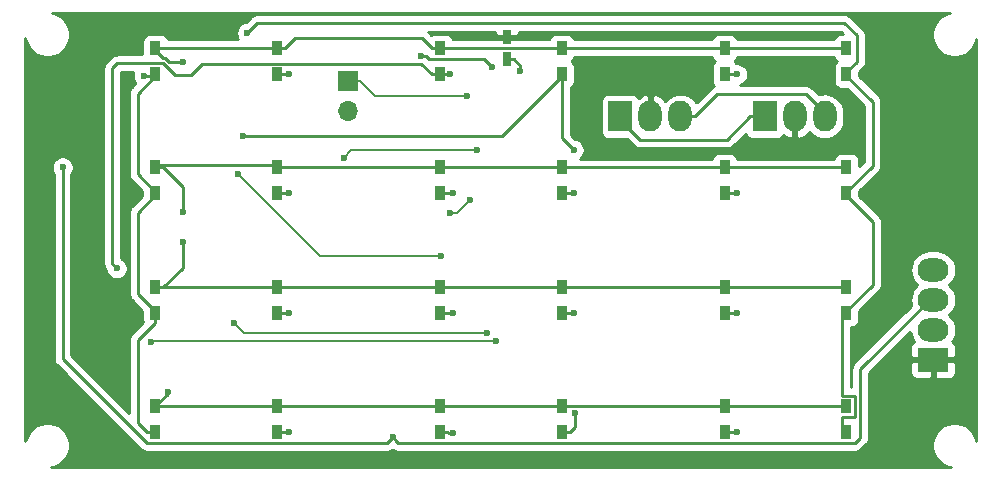
<source format=gbr>
G04 #@! TF.GenerationSoftware,KiCad,Pcbnew,(5.1.4-0-10_14)*
G04 #@! TF.CreationDate,2019-11-08T07:47:01+01:00*
G04 #@! TF.ProjectId,Caution Light Panel,43617574-696f-46e2-904c-696768742050,rev?*
G04 #@! TF.SameCoordinates,Original*
G04 #@! TF.FileFunction,Copper,L1,Top*
G04 #@! TF.FilePolarity,Positive*
%FSLAX46Y46*%
G04 Gerber Fmt 4.6, Leading zero omitted, Abs format (unit mm)*
G04 Created by KiCad (PCBNEW (5.1.4-0-10_14)) date 2019-11-08 07:47:01*
%MOMM*%
%LPD*%
G04 APERTURE LIST*
%ADD10R,0.750000X1.200000*%
%ADD11R,0.900000X1.200000*%
%ADD12R,2.600000X2.000000*%
%ADD13O,2.600000X2.000000*%
%ADD14R,2.000000X2.600000*%
%ADD15O,2.000000X2.600000*%
%ADD16R,1.700000X1.700000*%
%ADD17O,1.700000X1.700000*%
%ADD18C,0.600000*%
%ADD19C,0.228600*%
%ADD20C,0.152400*%
%ADD21C,0.762000*%
%ADD22C,0.254000*%
G04 APERTURE END LIST*
D10*
X148080000Y-74690000D03*
X148080000Y-72790000D03*
D11*
X118334600Y-73730400D03*
X118334600Y-75930400D03*
X118334600Y-83830400D03*
X118334600Y-86030400D03*
X118334600Y-93940400D03*
X118334600Y-96140400D03*
X118334600Y-104050400D03*
X118334600Y-106250400D03*
X128644600Y-73730400D03*
X128644600Y-75930400D03*
X128644600Y-83830400D03*
X128644600Y-86030400D03*
X128644600Y-93940400D03*
X128644600Y-96140400D03*
X128644600Y-104050400D03*
X128644600Y-106250400D03*
X142444600Y-73730400D03*
X142444600Y-75930400D03*
X142444600Y-83830400D03*
X142444600Y-86030400D03*
X142444600Y-93940400D03*
X142444600Y-96140400D03*
X142444600Y-104050400D03*
X142444600Y-106250400D03*
X152754600Y-73730400D03*
X152754600Y-75930400D03*
X152754600Y-83830400D03*
X152754600Y-86030400D03*
X152754600Y-93940400D03*
X152754600Y-96140400D03*
X152754600Y-104050400D03*
X152754600Y-106250400D03*
X166544600Y-73730400D03*
X166544600Y-75930400D03*
X166544600Y-83830400D03*
X166544600Y-86030400D03*
X166544600Y-93940400D03*
X166544600Y-96140400D03*
X166544600Y-104050400D03*
X166544600Y-106250400D03*
X176854600Y-73730400D03*
X176854600Y-75930400D03*
X176854600Y-83830400D03*
X176854600Y-86030400D03*
X176854600Y-93940400D03*
X176854600Y-96140400D03*
X176854600Y-104050400D03*
X176854600Y-106250400D03*
D12*
X184188100Y-100114100D03*
D13*
X184188100Y-97574100D03*
X184188100Y-95034100D03*
X184188100Y-92494100D03*
D14*
X157708600Y-79514700D03*
D15*
X160248600Y-79514700D03*
X162788600Y-79514700D03*
D14*
X169926000Y-79509620D03*
D15*
X172466000Y-79509620D03*
X175006000Y-79509620D03*
D16*
X134645400Y-76471780D03*
D17*
X134645400Y-79011780D03*
D18*
X149240000Y-75650000D03*
X138430000Y-106680000D03*
X140815181Y-74420789D03*
X146870000Y-75360000D03*
X110490000Y-83820000D03*
X149210000Y-72790000D03*
X120650000Y-74930000D03*
X117348000Y-76073000D03*
X120650000Y-87630000D03*
X120650000Y-90170000D03*
X119380000Y-102870000D03*
X129641600Y-106248200D03*
X129641600Y-96139000D03*
X129641600Y-86029800D03*
X129651400Y-75930400D03*
X115060000Y-92380000D03*
X143305990Y-75930400D03*
X143510000Y-106273600D03*
X143510000Y-96139000D03*
X143509400Y-86030400D03*
X153911300Y-104645460D03*
X125790960Y-81135220D03*
X153744421Y-82346614D03*
X153760040Y-96140400D03*
X153753820Y-86029800D03*
X167604440Y-75953620D03*
X167619680Y-86006940D03*
X167622220Y-96133920D03*
X167622220Y-106243120D03*
X126111000Y-72450960D03*
X125350000Y-84410000D03*
X142560000Y-91340000D03*
X125040000Y-97000000D03*
X146460000Y-97830000D03*
X117950000Y-98610000D03*
X147190000Y-98550000D03*
X144749549Y-77754887D03*
X134270000Y-83050000D03*
X145550000Y-82380000D03*
X143280000Y-87670000D03*
X144970000Y-86570000D03*
D19*
X149240000Y-75246400D02*
X149240000Y-75650000D01*
X148080000Y-74690000D02*
X148683600Y-74690000D01*
X148683600Y-74690000D02*
X149240000Y-75246400D01*
X110490000Y-100027302D02*
X117630599Y-107167901D01*
X110490000Y-83820000D02*
X110490000Y-100027302D01*
X117630599Y-107167901D02*
X137942099Y-107167901D01*
X138729999Y-106979999D02*
X138430000Y-106680000D01*
X137942099Y-107167901D02*
X138430000Y-106680000D01*
X138917901Y-107167901D02*
X138729999Y-106979999D01*
X177558601Y-107167901D02*
X138917901Y-107167901D01*
X178028511Y-106697991D02*
X177558601Y-107167901D01*
X178028511Y-100893689D02*
X178028511Y-106697991D01*
X183888100Y-95034100D02*
X178028511Y-100893689D01*
X184188100Y-95034100D02*
X183888100Y-95034100D01*
X141239445Y-74420789D02*
X140815181Y-74420789D01*
X141471146Y-74652490D02*
X141239445Y-74420789D01*
X146870000Y-75360000D02*
X146162490Y-74652490D01*
X146162490Y-74652490D02*
X141471146Y-74652490D01*
X149210000Y-72790000D02*
X148080000Y-72790000D01*
X118334600Y-73880400D02*
X118334600Y-73730400D01*
X119013200Y-74559000D02*
X118334600Y-73880400D01*
X119163200Y-74559000D02*
X119013200Y-74559000D01*
X119534200Y-74930000D02*
X119163200Y-74559000D01*
X120650000Y-74930000D02*
X119534200Y-74930000D01*
X140937400Y-72901800D02*
X141766000Y-73730400D01*
X130151800Y-72901800D02*
X140937400Y-72901800D01*
X141766000Y-73730400D02*
X142444600Y-73730400D01*
X129323200Y-73730400D02*
X130151800Y-72901800D01*
X128644600Y-73730400D02*
X129323200Y-73730400D01*
X166544600Y-73730400D02*
X176854600Y-73730400D01*
X152754600Y-73730400D02*
X166544600Y-73730400D01*
X142444600Y-73730400D02*
X152754600Y-73730400D01*
X118334600Y-73730400D02*
X128644600Y-73730400D01*
X117348000Y-76073000D02*
X118192000Y-76073000D01*
X118192000Y-76073000D02*
X118334600Y-75930400D01*
X118334600Y-75930400D02*
X118334600Y-76080400D01*
X118334600Y-76080400D02*
X116843234Y-77571766D01*
X116843234Y-77571766D02*
X116843234Y-84389034D01*
X116843234Y-84389034D02*
X118334600Y-85880400D01*
X118334600Y-85880400D02*
X118334600Y-86030400D01*
X118334600Y-86030400D02*
X118334600Y-86180400D01*
X116852671Y-94508471D02*
X118334600Y-95990400D01*
X118334600Y-86180400D02*
X116852671Y-87662329D01*
X116852671Y-87662329D02*
X116852671Y-94508471D01*
X118334600Y-95990400D02*
X118334600Y-96140400D01*
X118334600Y-96140400D02*
X118334600Y-96969000D01*
X118334600Y-96969000D02*
X116859021Y-98444579D01*
X116859021Y-98444579D02*
X116859021Y-105453421D01*
X116859021Y-105453421D02*
X117656000Y-106250400D01*
X117656000Y-106250400D02*
X118334600Y-106250400D01*
X120650000Y-87630000D02*
X120650000Y-85467200D01*
X120650000Y-85467200D02*
X119013200Y-83830400D01*
X119013200Y-83830400D02*
X118334600Y-83830400D01*
X118334600Y-83830400D02*
X118501106Y-83663894D01*
X118501106Y-83663894D02*
X128478094Y-83663894D01*
X128478094Y-83663894D02*
X128644600Y-83830400D01*
X166544600Y-83830400D02*
X176854600Y-83830400D01*
X152754600Y-83830400D02*
X166544600Y-83830400D01*
X142444600Y-83830400D02*
X152754600Y-83830400D01*
X142229600Y-83830400D02*
X142444600Y-83830400D01*
X128644600Y-83830400D02*
X142229600Y-83830400D01*
X120650000Y-90170000D02*
X120650000Y-92303600D01*
X120650000Y-92303600D02*
X119013200Y-93940400D01*
X119013200Y-93940400D02*
X118334600Y-93940400D01*
X128644600Y-93940400D02*
X118334600Y-93940400D01*
X142444600Y-93940400D02*
X128644600Y-93940400D01*
X152754600Y-93940400D02*
X142444600Y-93940400D01*
X166544600Y-93940400D02*
X152754600Y-93940400D01*
X176854600Y-93940400D02*
X166544600Y-93940400D01*
X128644600Y-104050400D02*
X141766000Y-104050400D01*
X141766000Y-104050400D02*
X142444600Y-104050400D01*
X119380000Y-102870000D02*
X119380000Y-103005000D01*
X119380000Y-103005000D02*
X118334600Y-104050400D01*
X166544600Y-104050400D02*
X176854600Y-104050400D01*
X152754600Y-104050400D02*
X166544600Y-104050400D01*
X142444600Y-104050400D02*
X152754600Y-104050400D01*
X118334600Y-104050400D02*
X128644600Y-104050400D01*
X128644600Y-106250400D02*
X129639400Y-106250400D01*
X129639400Y-106250400D02*
X129641600Y-106248200D01*
X128644600Y-96140400D02*
X129640200Y-96140400D01*
X129640200Y-96140400D02*
X129641600Y-96139000D01*
X129323200Y-86030400D02*
X129641000Y-86030400D01*
X129641000Y-86030400D02*
X129641600Y-86029800D01*
X128644600Y-86030400D02*
X129323200Y-86030400D01*
X129323200Y-86030400D02*
X129323800Y-86029800D01*
X128644600Y-75930400D02*
X129651400Y-75930400D01*
X115060000Y-92380000D02*
X114688671Y-92008671D01*
X114688671Y-92008671D02*
X114688671Y-75447927D01*
X122311701Y-75038299D02*
X140873899Y-75038299D01*
X114688671Y-75447927D02*
X115119910Y-75016688D01*
X115119910Y-75016688D02*
X118996670Y-75016688D01*
X121330000Y-76020000D02*
X122311701Y-75038299D01*
X118996670Y-75016688D02*
X119999982Y-76020000D01*
X141766000Y-75930400D02*
X142444600Y-75930400D01*
X119999982Y-76020000D02*
X121330000Y-76020000D01*
X140873899Y-75038299D02*
X141766000Y-75930400D01*
X142444600Y-75930400D02*
X143305990Y-75930400D01*
X143146400Y-106273600D02*
X143510000Y-106273600D01*
X142444600Y-106250400D02*
X143123200Y-106250400D01*
X143123200Y-106250400D02*
X143146400Y-106273600D01*
X143123200Y-96140400D02*
X143508600Y-96140400D01*
X143508600Y-96140400D02*
X143510000Y-96139000D01*
X142444600Y-96140400D02*
X143123200Y-96140400D01*
X142444600Y-86030400D02*
X143509400Y-86030400D01*
X153911300Y-105772300D02*
X153911300Y-104645460D01*
X152754600Y-106250400D02*
X153433200Y-106250400D01*
X153433200Y-106250400D02*
X153911300Y-105772300D01*
X125790960Y-81135220D02*
X147699780Y-81135220D01*
X147699780Y-81135220D02*
X152754600Y-76080400D01*
X152754600Y-76080400D02*
X152754600Y-75930400D01*
X152754600Y-81356793D02*
X153444422Y-82046615D01*
X153444422Y-82046615D02*
X153744421Y-82346614D01*
X152754600Y-75930400D02*
X152754600Y-81356793D01*
X152754600Y-96140400D02*
X153760040Y-96140400D01*
X152754600Y-86030400D02*
X153753220Y-86030400D01*
X153753220Y-86030400D02*
X153753820Y-86029800D01*
X166544600Y-75930400D02*
X167581220Y-75930400D01*
X167581220Y-75930400D02*
X167604440Y-75953620D01*
X166544600Y-86030400D02*
X167596220Y-86030400D01*
X167596220Y-86030400D02*
X167619680Y-86006940D01*
X166544600Y-96140400D02*
X167615740Y-96140400D01*
X167615740Y-96140400D02*
X167622220Y-96133920D01*
X166544600Y-106250400D02*
X167614940Y-106250400D01*
X167614940Y-106250400D02*
X167622220Y-106243120D01*
X177596701Y-103216719D02*
X177538281Y-103158299D01*
X177538281Y-103158299D02*
X176488189Y-103158299D01*
X177596701Y-104884081D02*
X177596701Y-103216719D01*
X176488189Y-104942501D02*
X177538281Y-104942501D01*
X176488189Y-96506811D02*
X176854600Y-96140400D01*
X177538281Y-104942501D02*
X177596701Y-104884081D01*
X176488189Y-105883989D02*
X176488189Y-104942501D01*
X176488189Y-103158299D02*
X176488189Y-96506811D01*
X176854600Y-106250400D02*
X176488189Y-105883989D01*
X126111000Y-72450960D02*
X126964291Y-71597669D01*
X126964291Y-71597669D02*
X176687184Y-71597669D01*
X176687184Y-71597669D02*
X177737947Y-72648432D01*
X177737947Y-72648432D02*
X177737947Y-74897053D01*
X177737947Y-74897053D02*
X176854600Y-75780400D01*
X176854600Y-75780400D02*
X176854600Y-75930400D01*
X176854600Y-86030400D02*
X176854600Y-85880400D01*
X176854600Y-85880400D02*
X179065594Y-83669406D01*
X179065594Y-83669406D02*
X179065594Y-78291394D01*
X179065594Y-78291394D02*
X176854600Y-76080400D01*
X176854600Y-76080400D02*
X176854600Y-75930400D01*
X176854600Y-96140400D02*
X176854600Y-95990400D01*
X176854600Y-95990400D02*
X179091948Y-93753052D01*
X179091948Y-93753052D02*
X179091948Y-88417748D01*
X179091948Y-88417748D02*
X176854600Y-86180400D01*
X176854600Y-86180400D02*
X176854600Y-86030400D01*
D20*
X125350000Y-84410000D02*
X132280000Y-91340000D01*
X132280000Y-91340000D02*
X142560000Y-91340000D01*
X125870000Y-97830000D02*
X125040000Y-97000000D01*
X146460000Y-97830000D02*
X125870000Y-97830000D01*
X118010000Y-98550000D02*
X117950000Y-98610000D01*
X147190000Y-98550000D02*
X118010000Y-98550000D01*
D21*
X184188100Y-92494100D02*
X183888100Y-92494100D01*
D19*
X157708600Y-79514700D02*
X157708600Y-79814700D01*
X157708600Y-79814700D02*
X159362873Y-81468973D01*
X166738047Y-81468973D02*
X168697400Y-79509620D01*
X159362873Y-81468973D02*
X166738047Y-81468973D01*
X168697400Y-79509620D02*
X169926000Y-79509620D01*
X162788600Y-79514700D02*
X164017200Y-79514700D01*
X164017200Y-79514700D02*
X165924833Y-77607067D01*
X165924833Y-77607067D02*
X173403447Y-77607067D01*
X173403447Y-77607067D02*
X175006000Y-79209620D01*
X175006000Y-79209620D02*
X175006000Y-79509620D01*
D20*
X144325285Y-77754887D02*
X144749549Y-77754887D01*
X136930907Y-77754887D02*
X144325285Y-77754887D01*
X135647800Y-76471780D02*
X136930907Y-77754887D01*
X134645400Y-76471780D02*
X135647800Y-76471780D01*
X134940000Y-82380000D02*
X134270000Y-83050000D01*
X145550000Y-82380000D02*
X134940000Y-82380000D01*
X144970000Y-86570000D02*
X143870000Y-87670000D01*
X143870000Y-87670000D02*
X143280000Y-87670000D01*
D22*
G36*
X185444766Y-70787839D02*
G01*
X185101718Y-70929934D01*
X184792982Y-71136225D01*
X184530425Y-71398782D01*
X184324134Y-71707518D01*
X184182039Y-72050566D01*
X184109600Y-72414744D01*
X184109600Y-72786056D01*
X184182039Y-73150234D01*
X184324134Y-73493282D01*
X184530425Y-73802018D01*
X184792982Y-74064575D01*
X185101718Y-74270866D01*
X185444766Y-74412961D01*
X185808944Y-74485400D01*
X186180256Y-74485400D01*
X186544434Y-74412961D01*
X186887482Y-74270866D01*
X187196218Y-74064575D01*
X187458775Y-73802018D01*
X187665066Y-73493282D01*
X187807161Y-73150234D01*
X187839601Y-72987146D01*
X187839600Y-106953649D01*
X187807161Y-106790566D01*
X187665066Y-106447518D01*
X187458775Y-106138782D01*
X187196218Y-105876225D01*
X186887482Y-105669934D01*
X186544434Y-105527839D01*
X186180256Y-105455400D01*
X185808944Y-105455400D01*
X185444766Y-105527839D01*
X185101718Y-105669934D01*
X184792982Y-105876225D01*
X184530425Y-106138782D01*
X184324134Y-106447518D01*
X184182039Y-106790566D01*
X184109600Y-107154744D01*
X184109600Y-107526056D01*
X184182039Y-107890234D01*
X184324134Y-108233282D01*
X184530425Y-108542018D01*
X184792982Y-108804575D01*
X185101718Y-109010866D01*
X185444766Y-109152961D01*
X185679238Y-109199600D01*
X109509962Y-109199600D01*
X109744434Y-109152961D01*
X110087482Y-109010866D01*
X110396218Y-108804575D01*
X110658775Y-108542018D01*
X110865066Y-108233282D01*
X111007161Y-107890234D01*
X111079600Y-107526056D01*
X111079600Y-107154744D01*
X111007161Y-106790566D01*
X110865066Y-106447518D01*
X110658775Y-106138782D01*
X110396218Y-105876225D01*
X110087482Y-105669934D01*
X109744434Y-105527839D01*
X109380256Y-105455400D01*
X109008944Y-105455400D01*
X108644766Y-105527839D01*
X108301718Y-105669934D01*
X107992982Y-105876225D01*
X107730425Y-106138782D01*
X107524134Y-106447518D01*
X107382039Y-106790566D01*
X107333600Y-107034087D01*
X107333600Y-83727911D01*
X109555000Y-83727911D01*
X109555000Y-83912089D01*
X109590932Y-84092729D01*
X109661414Y-84262889D01*
X109740700Y-84381549D01*
X109740701Y-99990497D01*
X109737076Y-100027302D01*
X109751543Y-100174189D01*
X109794388Y-100315433D01*
X109863966Y-100445605D01*
X109934140Y-100531111D01*
X109957603Y-100559700D01*
X109986189Y-100583160D01*
X117074740Y-107671712D01*
X117098201Y-107700299D01*
X117126787Y-107723759D01*
X117126789Y-107723761D01*
X117212295Y-107793935D01*
X117342467Y-107863513D01*
X117483711Y-107906359D01*
X117593793Y-107917201D01*
X117593803Y-107917201D01*
X117630599Y-107920825D01*
X117667395Y-107917201D01*
X137905304Y-107917201D01*
X137942099Y-107920825D01*
X137978894Y-107917201D01*
X137978905Y-107917201D01*
X138088987Y-107906359D01*
X138230231Y-107863513D01*
X138360402Y-107793935D01*
X138430000Y-107736817D01*
X138499598Y-107793935D01*
X138629769Y-107863513D01*
X138771013Y-107906359D01*
X138881095Y-107917201D01*
X138881103Y-107917201D01*
X138917901Y-107920825D01*
X138954699Y-107917201D01*
X177521806Y-107917201D01*
X177558601Y-107920825D01*
X177595396Y-107917201D01*
X177595407Y-107917201D01*
X177705489Y-107906359D01*
X177846733Y-107863513D01*
X177976904Y-107793935D01*
X178090999Y-107700299D01*
X178114464Y-107671707D01*
X178532317Y-107253854D01*
X178560909Y-107230389D01*
X178629125Y-107147268D01*
X178654545Y-107116295D01*
X178705473Y-107021014D01*
X178724123Y-106986123D01*
X178766969Y-106844879D01*
X178777811Y-106734797D01*
X178777811Y-106734788D01*
X178781435Y-106697992D01*
X178777811Y-106661196D01*
X178777811Y-101204058D01*
X178867769Y-101114100D01*
X182250028Y-101114100D01*
X182262288Y-101238582D01*
X182298598Y-101358280D01*
X182357563Y-101468594D01*
X182436915Y-101565285D01*
X182533606Y-101644637D01*
X182643920Y-101703602D01*
X182763618Y-101739912D01*
X182888100Y-101752172D01*
X183902350Y-101749100D01*
X184061100Y-101590350D01*
X184061100Y-100241100D01*
X184315100Y-100241100D01*
X184315100Y-101590350D01*
X184473850Y-101749100D01*
X185488100Y-101752172D01*
X185612582Y-101739912D01*
X185732280Y-101703602D01*
X185842594Y-101644637D01*
X185939285Y-101565285D01*
X186018637Y-101468594D01*
X186077602Y-101358280D01*
X186113912Y-101238582D01*
X186126172Y-101114100D01*
X186123100Y-100399850D01*
X185964350Y-100241100D01*
X184315100Y-100241100D01*
X184061100Y-100241100D01*
X182411850Y-100241100D01*
X182253100Y-100399850D01*
X182250028Y-101114100D01*
X178867769Y-101114100D01*
X182259766Y-97722104D01*
X182276757Y-97894616D01*
X182370248Y-98202815D01*
X182522069Y-98486852D01*
X182580755Y-98558361D01*
X182533606Y-98583563D01*
X182436915Y-98662915D01*
X182357563Y-98759606D01*
X182298598Y-98869920D01*
X182262288Y-98989618D01*
X182250028Y-99114100D01*
X182253100Y-99828350D01*
X182411850Y-99987100D01*
X184061100Y-99987100D01*
X184061100Y-99967100D01*
X184315100Y-99967100D01*
X184315100Y-99987100D01*
X185964350Y-99987100D01*
X186123100Y-99828350D01*
X186126172Y-99114100D01*
X186113912Y-98989618D01*
X186077602Y-98869920D01*
X186018637Y-98759606D01*
X185939285Y-98662915D01*
X185842594Y-98583563D01*
X185795445Y-98558361D01*
X185854131Y-98486852D01*
X186005952Y-98202815D01*
X186099443Y-97894616D01*
X186131011Y-97574100D01*
X186099443Y-97253584D01*
X186005952Y-96945385D01*
X185854131Y-96661348D01*
X185649814Y-96412386D01*
X185517867Y-96304100D01*
X185649814Y-96195814D01*
X185854131Y-95946852D01*
X186005952Y-95662815D01*
X186099443Y-95354616D01*
X186131011Y-95034100D01*
X186099443Y-94713584D01*
X186005952Y-94405385D01*
X185854131Y-94121348D01*
X185649814Y-93872386D01*
X185517867Y-93764100D01*
X185649814Y-93655814D01*
X185854131Y-93406852D01*
X186005952Y-93122815D01*
X186099443Y-92814616D01*
X186131011Y-92494100D01*
X186099443Y-92173584D01*
X186005952Y-91865385D01*
X185854131Y-91581348D01*
X185649814Y-91332386D01*
X185400852Y-91128069D01*
X185116815Y-90976248D01*
X184808616Y-90882757D01*
X184568422Y-90859100D01*
X183807778Y-90859100D01*
X183567584Y-90882757D01*
X183259385Y-90976248D01*
X182975348Y-91128069D01*
X182726386Y-91332386D01*
X182522069Y-91581348D01*
X182370248Y-91865385D01*
X182276757Y-92173584D01*
X182245189Y-92494100D01*
X182276757Y-92814616D01*
X182370248Y-93122815D01*
X182522069Y-93406852D01*
X182726386Y-93655814D01*
X182858333Y-93764100D01*
X182726386Y-93872386D01*
X182522069Y-94121348D01*
X182370248Y-94405385D01*
X182276757Y-94713584D01*
X182245189Y-95034100D01*
X182276757Y-95354616D01*
X182330557Y-95531973D01*
X177524705Y-100337826D01*
X177496113Y-100361291D01*
X177472651Y-100389880D01*
X177402477Y-100475386D01*
X177332900Y-100605557D01*
X177332899Y-100605558D01*
X177290053Y-100746802D01*
X177279211Y-100856884D01*
X177279211Y-100856894D01*
X177275587Y-100893689D01*
X177279211Y-100930484D01*
X177279211Y-102408999D01*
X177237489Y-102408999D01*
X177237489Y-97378472D01*
X177304600Y-97378472D01*
X177429082Y-97366212D01*
X177548780Y-97329902D01*
X177659094Y-97270937D01*
X177755785Y-97191585D01*
X177835137Y-97094894D01*
X177894102Y-96984580D01*
X177930412Y-96864882D01*
X177942672Y-96740400D01*
X177942672Y-95961997D01*
X179595761Y-94308909D01*
X179624346Y-94285450D01*
X179677781Y-94220340D01*
X179717982Y-94171356D01*
X179787560Y-94041184D01*
X179814428Y-93952611D01*
X179830406Y-93899940D01*
X179841248Y-93789858D01*
X179841248Y-93789848D01*
X179844872Y-93753052D01*
X179841248Y-93716256D01*
X179841248Y-88454544D01*
X179844872Y-88417748D01*
X179841248Y-88380952D01*
X179841248Y-88380942D01*
X179830406Y-88270860D01*
X179787560Y-88129616D01*
X179778619Y-88112889D01*
X179717982Y-87999444D01*
X179647808Y-87913938D01*
X179647806Y-87913936D01*
X179624346Y-87885350D01*
X179595759Y-87861889D01*
X177942672Y-86208803D01*
X177942672Y-85851998D01*
X179569412Y-84225259D01*
X179597992Y-84201804D01*
X179621448Y-84173223D01*
X179621455Y-84173216D01*
X179691628Y-84087709D01*
X179761206Y-83957538D01*
X179777242Y-83904673D01*
X179804052Y-83816294D01*
X179814894Y-83706212D01*
X179814894Y-83706202D01*
X179818518Y-83669406D01*
X179814894Y-83632610D01*
X179814894Y-78328190D01*
X179818518Y-78291394D01*
X179814894Y-78254598D01*
X179814894Y-78254588D01*
X179804052Y-78144506D01*
X179761206Y-78003262D01*
X179691628Y-77873091D01*
X179621455Y-77787584D01*
X179621448Y-77787577D01*
X179597992Y-77758996D01*
X179569411Y-77735540D01*
X177942672Y-76108802D01*
X177942672Y-75751998D01*
X178241758Y-75452912D01*
X178270345Y-75429451D01*
X178363981Y-75315356D01*
X178433559Y-75185185D01*
X178476405Y-75043941D01*
X178487247Y-74933859D01*
X178487247Y-74933850D01*
X178490871Y-74897054D01*
X178487247Y-74860258D01*
X178487247Y-72685227D01*
X178490871Y-72648431D01*
X178487247Y-72611635D01*
X178487247Y-72611626D01*
X178476405Y-72501544D01*
X178433559Y-72360300D01*
X178363981Y-72230129D01*
X178270345Y-72116034D01*
X178241759Y-72092574D01*
X177243047Y-71093863D01*
X177219582Y-71065271D01*
X177105487Y-70971635D01*
X176975316Y-70902057D01*
X176834072Y-70859211D01*
X176723990Y-70848369D01*
X176723979Y-70848369D01*
X176687184Y-70844745D01*
X176650389Y-70848369D01*
X127001087Y-70848369D01*
X126964291Y-70844745D01*
X126927495Y-70848369D01*
X126927485Y-70848369D01*
X126817403Y-70859211D01*
X126676159Y-70902057D01*
X126545988Y-70971635D01*
X126460481Y-71041808D01*
X126460474Y-71041815D01*
X126431893Y-71065271D01*
X126408437Y-71093853D01*
X125978240Y-71524050D01*
X125838271Y-71551892D01*
X125668111Y-71622374D01*
X125514972Y-71724698D01*
X125384738Y-71854932D01*
X125282414Y-72008071D01*
X125211932Y-72178231D01*
X125176000Y-72358871D01*
X125176000Y-72543049D01*
X125211932Y-72723689D01*
X125282414Y-72893849D01*
X125340713Y-72981100D01*
X119402884Y-72981100D01*
X119374102Y-72886220D01*
X119315137Y-72775906D01*
X119235785Y-72679215D01*
X119139094Y-72599863D01*
X119028780Y-72540898D01*
X118909082Y-72504588D01*
X118784600Y-72492328D01*
X117884600Y-72492328D01*
X117760118Y-72504588D01*
X117640420Y-72540898D01*
X117530106Y-72599863D01*
X117433415Y-72679215D01*
X117354063Y-72775906D01*
X117295098Y-72886220D01*
X117258788Y-73005918D01*
X117246528Y-73130400D01*
X117246528Y-74267388D01*
X115156705Y-74267388D01*
X115119909Y-74263764D01*
X115083113Y-74267388D01*
X115083104Y-74267388D01*
X114973022Y-74278230D01*
X114831778Y-74321076D01*
X114701606Y-74390654D01*
X114658525Y-74426011D01*
X114587512Y-74484290D01*
X114564047Y-74512882D01*
X114184860Y-74892069D01*
X114156274Y-74915529D01*
X114132814Y-74944115D01*
X114132811Y-74944118D01*
X114062637Y-75029624D01*
X113993059Y-75159796D01*
X113963211Y-75258194D01*
X113950214Y-75301039D01*
X113941062Y-75393966D01*
X113935747Y-75447927D01*
X113939372Y-75484732D01*
X113939371Y-91971876D01*
X113935747Y-92008671D01*
X113939371Y-92045466D01*
X113939371Y-92045476D01*
X113950213Y-92155558D01*
X113990362Y-92287911D01*
X113993059Y-92296802D01*
X114062637Y-92426974D01*
X114112083Y-92487224D01*
X114133106Y-92512840D01*
X114160932Y-92652729D01*
X114231414Y-92822889D01*
X114333738Y-92976028D01*
X114463972Y-93106262D01*
X114617111Y-93208586D01*
X114787271Y-93279068D01*
X114967911Y-93315000D01*
X115152089Y-93315000D01*
X115332729Y-93279068D01*
X115502889Y-93208586D01*
X115656028Y-93106262D01*
X115786262Y-92976028D01*
X115888586Y-92822889D01*
X115959068Y-92652729D01*
X115995000Y-92472089D01*
X115995000Y-92287911D01*
X115959068Y-92107271D01*
X115888586Y-91937111D01*
X115786262Y-91783972D01*
X115656028Y-91653738D01*
X115502889Y-91551414D01*
X115437971Y-91524524D01*
X115437971Y-75765988D01*
X116463132Y-75765988D01*
X116448932Y-75800271D01*
X116413000Y-75980911D01*
X116413000Y-76165089D01*
X116448932Y-76345729D01*
X116519414Y-76515889D01*
X116621738Y-76669028D01*
X116654020Y-76701310D01*
X116339428Y-77015903D01*
X116310836Y-77039368D01*
X116266646Y-77093213D01*
X116217200Y-77153463D01*
X116147623Y-77283634D01*
X116147622Y-77283635D01*
X116104776Y-77424879D01*
X116093934Y-77534961D01*
X116093934Y-77534971D01*
X116090310Y-77571766D01*
X116093934Y-77608561D01*
X116093935Y-84352229D01*
X116090310Y-84389034D01*
X116093935Y-84425840D01*
X116104777Y-84535922D01*
X116114768Y-84568857D01*
X116147622Y-84677165D01*
X116217200Y-84807337D01*
X116287374Y-84892843D01*
X116310837Y-84921432D01*
X116339423Y-84944892D01*
X117246528Y-85851998D01*
X117246528Y-86208802D01*
X116348865Y-87106466D01*
X116320273Y-87129931D01*
X116296811Y-87158520D01*
X116226637Y-87244026D01*
X116166107Y-87357271D01*
X116157059Y-87374198D01*
X116114213Y-87515442D01*
X116103371Y-87625524D01*
X116103371Y-87625534D01*
X116099747Y-87662329D01*
X116103371Y-87699124D01*
X116103372Y-94471666D01*
X116099747Y-94508471D01*
X116114214Y-94655358D01*
X116157059Y-94796602D01*
X116226637Y-94926774D01*
X116296811Y-95012280D01*
X116320274Y-95040869D01*
X116348860Y-95064329D01*
X117246528Y-95961998D01*
X117246528Y-96740400D01*
X117258788Y-96864882D01*
X117286778Y-96957152D01*
X116355215Y-97888716D01*
X116326623Y-97912181D01*
X116303161Y-97940770D01*
X116232987Y-98026276D01*
X116189780Y-98107111D01*
X116163409Y-98156448D01*
X116120563Y-98297692D01*
X116109721Y-98407774D01*
X116109721Y-98407784D01*
X116106097Y-98444579D01*
X116109721Y-98481374D01*
X116109722Y-104587354D01*
X111239300Y-99716933D01*
X111239300Y-84381549D01*
X111318586Y-84262889D01*
X111389068Y-84092729D01*
X111425000Y-83912089D01*
X111425000Y-83727911D01*
X111389068Y-83547271D01*
X111318586Y-83377111D01*
X111216262Y-83223972D01*
X111086028Y-83093738D01*
X110932889Y-82991414D01*
X110762729Y-82920932D01*
X110582089Y-82885000D01*
X110397911Y-82885000D01*
X110217271Y-82920932D01*
X110047111Y-82991414D01*
X109893972Y-83093738D01*
X109763738Y-83223972D01*
X109661414Y-83377111D01*
X109590932Y-83547271D01*
X109555000Y-83727911D01*
X107333600Y-83727911D01*
X107333600Y-72906713D01*
X107382039Y-73150234D01*
X107524134Y-73493282D01*
X107730425Y-73802018D01*
X107992982Y-74064575D01*
X108301718Y-74270866D01*
X108644766Y-74412961D01*
X109008944Y-74485400D01*
X109380256Y-74485400D01*
X109744434Y-74412961D01*
X110087482Y-74270866D01*
X110396218Y-74064575D01*
X110658775Y-73802018D01*
X110865066Y-73493282D01*
X111007161Y-73150234D01*
X111079600Y-72786056D01*
X111079600Y-72414744D01*
X111007161Y-72050566D01*
X110865066Y-71707518D01*
X110658775Y-71398782D01*
X110396218Y-71136225D01*
X110087482Y-70929934D01*
X109744434Y-70787839D01*
X109572302Y-70753600D01*
X185616898Y-70753600D01*
X185444766Y-70787839D01*
X185444766Y-70787839D01*
G37*
X185444766Y-70787839D02*
X185101718Y-70929934D01*
X184792982Y-71136225D01*
X184530425Y-71398782D01*
X184324134Y-71707518D01*
X184182039Y-72050566D01*
X184109600Y-72414744D01*
X184109600Y-72786056D01*
X184182039Y-73150234D01*
X184324134Y-73493282D01*
X184530425Y-73802018D01*
X184792982Y-74064575D01*
X185101718Y-74270866D01*
X185444766Y-74412961D01*
X185808944Y-74485400D01*
X186180256Y-74485400D01*
X186544434Y-74412961D01*
X186887482Y-74270866D01*
X187196218Y-74064575D01*
X187458775Y-73802018D01*
X187665066Y-73493282D01*
X187807161Y-73150234D01*
X187839601Y-72987146D01*
X187839600Y-106953649D01*
X187807161Y-106790566D01*
X187665066Y-106447518D01*
X187458775Y-106138782D01*
X187196218Y-105876225D01*
X186887482Y-105669934D01*
X186544434Y-105527839D01*
X186180256Y-105455400D01*
X185808944Y-105455400D01*
X185444766Y-105527839D01*
X185101718Y-105669934D01*
X184792982Y-105876225D01*
X184530425Y-106138782D01*
X184324134Y-106447518D01*
X184182039Y-106790566D01*
X184109600Y-107154744D01*
X184109600Y-107526056D01*
X184182039Y-107890234D01*
X184324134Y-108233282D01*
X184530425Y-108542018D01*
X184792982Y-108804575D01*
X185101718Y-109010866D01*
X185444766Y-109152961D01*
X185679238Y-109199600D01*
X109509962Y-109199600D01*
X109744434Y-109152961D01*
X110087482Y-109010866D01*
X110396218Y-108804575D01*
X110658775Y-108542018D01*
X110865066Y-108233282D01*
X111007161Y-107890234D01*
X111079600Y-107526056D01*
X111079600Y-107154744D01*
X111007161Y-106790566D01*
X110865066Y-106447518D01*
X110658775Y-106138782D01*
X110396218Y-105876225D01*
X110087482Y-105669934D01*
X109744434Y-105527839D01*
X109380256Y-105455400D01*
X109008944Y-105455400D01*
X108644766Y-105527839D01*
X108301718Y-105669934D01*
X107992982Y-105876225D01*
X107730425Y-106138782D01*
X107524134Y-106447518D01*
X107382039Y-106790566D01*
X107333600Y-107034087D01*
X107333600Y-83727911D01*
X109555000Y-83727911D01*
X109555000Y-83912089D01*
X109590932Y-84092729D01*
X109661414Y-84262889D01*
X109740700Y-84381549D01*
X109740701Y-99990497D01*
X109737076Y-100027302D01*
X109751543Y-100174189D01*
X109794388Y-100315433D01*
X109863966Y-100445605D01*
X109934140Y-100531111D01*
X109957603Y-100559700D01*
X109986189Y-100583160D01*
X117074740Y-107671712D01*
X117098201Y-107700299D01*
X117126787Y-107723759D01*
X117126789Y-107723761D01*
X117212295Y-107793935D01*
X117342467Y-107863513D01*
X117483711Y-107906359D01*
X117593793Y-107917201D01*
X117593803Y-107917201D01*
X117630599Y-107920825D01*
X117667395Y-107917201D01*
X137905304Y-107917201D01*
X137942099Y-107920825D01*
X137978894Y-107917201D01*
X137978905Y-107917201D01*
X138088987Y-107906359D01*
X138230231Y-107863513D01*
X138360402Y-107793935D01*
X138430000Y-107736817D01*
X138499598Y-107793935D01*
X138629769Y-107863513D01*
X138771013Y-107906359D01*
X138881095Y-107917201D01*
X138881103Y-107917201D01*
X138917901Y-107920825D01*
X138954699Y-107917201D01*
X177521806Y-107917201D01*
X177558601Y-107920825D01*
X177595396Y-107917201D01*
X177595407Y-107917201D01*
X177705489Y-107906359D01*
X177846733Y-107863513D01*
X177976904Y-107793935D01*
X178090999Y-107700299D01*
X178114464Y-107671707D01*
X178532317Y-107253854D01*
X178560909Y-107230389D01*
X178629125Y-107147268D01*
X178654545Y-107116295D01*
X178705473Y-107021014D01*
X178724123Y-106986123D01*
X178766969Y-106844879D01*
X178777811Y-106734797D01*
X178777811Y-106734788D01*
X178781435Y-106697992D01*
X178777811Y-106661196D01*
X178777811Y-101204058D01*
X178867769Y-101114100D01*
X182250028Y-101114100D01*
X182262288Y-101238582D01*
X182298598Y-101358280D01*
X182357563Y-101468594D01*
X182436915Y-101565285D01*
X182533606Y-101644637D01*
X182643920Y-101703602D01*
X182763618Y-101739912D01*
X182888100Y-101752172D01*
X183902350Y-101749100D01*
X184061100Y-101590350D01*
X184061100Y-100241100D01*
X184315100Y-100241100D01*
X184315100Y-101590350D01*
X184473850Y-101749100D01*
X185488100Y-101752172D01*
X185612582Y-101739912D01*
X185732280Y-101703602D01*
X185842594Y-101644637D01*
X185939285Y-101565285D01*
X186018637Y-101468594D01*
X186077602Y-101358280D01*
X186113912Y-101238582D01*
X186126172Y-101114100D01*
X186123100Y-100399850D01*
X185964350Y-100241100D01*
X184315100Y-100241100D01*
X184061100Y-100241100D01*
X182411850Y-100241100D01*
X182253100Y-100399850D01*
X182250028Y-101114100D01*
X178867769Y-101114100D01*
X182259766Y-97722104D01*
X182276757Y-97894616D01*
X182370248Y-98202815D01*
X182522069Y-98486852D01*
X182580755Y-98558361D01*
X182533606Y-98583563D01*
X182436915Y-98662915D01*
X182357563Y-98759606D01*
X182298598Y-98869920D01*
X182262288Y-98989618D01*
X182250028Y-99114100D01*
X182253100Y-99828350D01*
X182411850Y-99987100D01*
X184061100Y-99987100D01*
X184061100Y-99967100D01*
X184315100Y-99967100D01*
X184315100Y-99987100D01*
X185964350Y-99987100D01*
X186123100Y-99828350D01*
X186126172Y-99114100D01*
X186113912Y-98989618D01*
X186077602Y-98869920D01*
X186018637Y-98759606D01*
X185939285Y-98662915D01*
X185842594Y-98583563D01*
X185795445Y-98558361D01*
X185854131Y-98486852D01*
X186005952Y-98202815D01*
X186099443Y-97894616D01*
X186131011Y-97574100D01*
X186099443Y-97253584D01*
X186005952Y-96945385D01*
X185854131Y-96661348D01*
X185649814Y-96412386D01*
X185517867Y-96304100D01*
X185649814Y-96195814D01*
X185854131Y-95946852D01*
X186005952Y-95662815D01*
X186099443Y-95354616D01*
X186131011Y-95034100D01*
X186099443Y-94713584D01*
X186005952Y-94405385D01*
X185854131Y-94121348D01*
X185649814Y-93872386D01*
X185517867Y-93764100D01*
X185649814Y-93655814D01*
X185854131Y-93406852D01*
X186005952Y-93122815D01*
X186099443Y-92814616D01*
X186131011Y-92494100D01*
X186099443Y-92173584D01*
X186005952Y-91865385D01*
X185854131Y-91581348D01*
X185649814Y-91332386D01*
X185400852Y-91128069D01*
X185116815Y-90976248D01*
X184808616Y-90882757D01*
X184568422Y-90859100D01*
X183807778Y-90859100D01*
X183567584Y-90882757D01*
X183259385Y-90976248D01*
X182975348Y-91128069D01*
X182726386Y-91332386D01*
X182522069Y-91581348D01*
X182370248Y-91865385D01*
X182276757Y-92173584D01*
X182245189Y-92494100D01*
X182276757Y-92814616D01*
X182370248Y-93122815D01*
X182522069Y-93406852D01*
X182726386Y-93655814D01*
X182858333Y-93764100D01*
X182726386Y-93872386D01*
X182522069Y-94121348D01*
X182370248Y-94405385D01*
X182276757Y-94713584D01*
X182245189Y-95034100D01*
X182276757Y-95354616D01*
X182330557Y-95531973D01*
X177524705Y-100337826D01*
X177496113Y-100361291D01*
X177472651Y-100389880D01*
X177402477Y-100475386D01*
X177332900Y-100605557D01*
X177332899Y-100605558D01*
X177290053Y-100746802D01*
X177279211Y-100856884D01*
X177279211Y-100856894D01*
X177275587Y-100893689D01*
X177279211Y-100930484D01*
X177279211Y-102408999D01*
X177237489Y-102408999D01*
X177237489Y-97378472D01*
X177304600Y-97378472D01*
X177429082Y-97366212D01*
X177548780Y-97329902D01*
X177659094Y-97270937D01*
X177755785Y-97191585D01*
X177835137Y-97094894D01*
X177894102Y-96984580D01*
X177930412Y-96864882D01*
X177942672Y-96740400D01*
X177942672Y-95961997D01*
X179595761Y-94308909D01*
X179624346Y-94285450D01*
X179677781Y-94220340D01*
X179717982Y-94171356D01*
X179787560Y-94041184D01*
X179814428Y-93952611D01*
X179830406Y-93899940D01*
X179841248Y-93789858D01*
X179841248Y-93789848D01*
X179844872Y-93753052D01*
X179841248Y-93716256D01*
X179841248Y-88454544D01*
X179844872Y-88417748D01*
X179841248Y-88380952D01*
X179841248Y-88380942D01*
X179830406Y-88270860D01*
X179787560Y-88129616D01*
X179778619Y-88112889D01*
X179717982Y-87999444D01*
X179647808Y-87913938D01*
X179647806Y-87913936D01*
X179624346Y-87885350D01*
X179595759Y-87861889D01*
X177942672Y-86208803D01*
X177942672Y-85851998D01*
X179569412Y-84225259D01*
X179597992Y-84201804D01*
X179621448Y-84173223D01*
X179621455Y-84173216D01*
X179691628Y-84087709D01*
X179761206Y-83957538D01*
X179777242Y-83904673D01*
X179804052Y-83816294D01*
X179814894Y-83706212D01*
X179814894Y-83706202D01*
X179818518Y-83669406D01*
X179814894Y-83632610D01*
X179814894Y-78328190D01*
X179818518Y-78291394D01*
X179814894Y-78254598D01*
X179814894Y-78254588D01*
X179804052Y-78144506D01*
X179761206Y-78003262D01*
X179691628Y-77873091D01*
X179621455Y-77787584D01*
X179621448Y-77787577D01*
X179597992Y-77758996D01*
X179569411Y-77735540D01*
X177942672Y-76108802D01*
X177942672Y-75751998D01*
X178241758Y-75452912D01*
X178270345Y-75429451D01*
X178363981Y-75315356D01*
X178433559Y-75185185D01*
X178476405Y-75043941D01*
X178487247Y-74933859D01*
X178487247Y-74933850D01*
X178490871Y-74897054D01*
X178487247Y-74860258D01*
X178487247Y-72685227D01*
X178490871Y-72648431D01*
X178487247Y-72611635D01*
X178487247Y-72611626D01*
X178476405Y-72501544D01*
X178433559Y-72360300D01*
X178363981Y-72230129D01*
X178270345Y-72116034D01*
X178241759Y-72092574D01*
X177243047Y-71093863D01*
X177219582Y-71065271D01*
X177105487Y-70971635D01*
X176975316Y-70902057D01*
X176834072Y-70859211D01*
X176723990Y-70848369D01*
X176723979Y-70848369D01*
X176687184Y-70844745D01*
X176650389Y-70848369D01*
X127001087Y-70848369D01*
X126964291Y-70844745D01*
X126927495Y-70848369D01*
X126927485Y-70848369D01*
X126817403Y-70859211D01*
X126676159Y-70902057D01*
X126545988Y-70971635D01*
X126460481Y-71041808D01*
X126460474Y-71041815D01*
X126431893Y-71065271D01*
X126408437Y-71093853D01*
X125978240Y-71524050D01*
X125838271Y-71551892D01*
X125668111Y-71622374D01*
X125514972Y-71724698D01*
X125384738Y-71854932D01*
X125282414Y-72008071D01*
X125211932Y-72178231D01*
X125176000Y-72358871D01*
X125176000Y-72543049D01*
X125211932Y-72723689D01*
X125282414Y-72893849D01*
X125340713Y-72981100D01*
X119402884Y-72981100D01*
X119374102Y-72886220D01*
X119315137Y-72775906D01*
X119235785Y-72679215D01*
X119139094Y-72599863D01*
X119028780Y-72540898D01*
X118909082Y-72504588D01*
X118784600Y-72492328D01*
X117884600Y-72492328D01*
X117760118Y-72504588D01*
X117640420Y-72540898D01*
X117530106Y-72599863D01*
X117433415Y-72679215D01*
X117354063Y-72775906D01*
X117295098Y-72886220D01*
X117258788Y-73005918D01*
X117246528Y-73130400D01*
X117246528Y-74267388D01*
X115156705Y-74267388D01*
X115119909Y-74263764D01*
X115083113Y-74267388D01*
X115083104Y-74267388D01*
X114973022Y-74278230D01*
X114831778Y-74321076D01*
X114701606Y-74390654D01*
X114658525Y-74426011D01*
X114587512Y-74484290D01*
X114564047Y-74512882D01*
X114184860Y-74892069D01*
X114156274Y-74915529D01*
X114132814Y-74944115D01*
X114132811Y-74944118D01*
X114062637Y-75029624D01*
X113993059Y-75159796D01*
X113963211Y-75258194D01*
X113950214Y-75301039D01*
X113941062Y-75393966D01*
X113935747Y-75447927D01*
X113939372Y-75484732D01*
X113939371Y-91971876D01*
X113935747Y-92008671D01*
X113939371Y-92045466D01*
X113939371Y-92045476D01*
X113950213Y-92155558D01*
X113990362Y-92287911D01*
X113993059Y-92296802D01*
X114062637Y-92426974D01*
X114112083Y-92487224D01*
X114133106Y-92512840D01*
X114160932Y-92652729D01*
X114231414Y-92822889D01*
X114333738Y-92976028D01*
X114463972Y-93106262D01*
X114617111Y-93208586D01*
X114787271Y-93279068D01*
X114967911Y-93315000D01*
X115152089Y-93315000D01*
X115332729Y-93279068D01*
X115502889Y-93208586D01*
X115656028Y-93106262D01*
X115786262Y-92976028D01*
X115888586Y-92822889D01*
X115959068Y-92652729D01*
X115995000Y-92472089D01*
X115995000Y-92287911D01*
X115959068Y-92107271D01*
X115888586Y-91937111D01*
X115786262Y-91783972D01*
X115656028Y-91653738D01*
X115502889Y-91551414D01*
X115437971Y-91524524D01*
X115437971Y-75765988D01*
X116463132Y-75765988D01*
X116448932Y-75800271D01*
X116413000Y-75980911D01*
X116413000Y-76165089D01*
X116448932Y-76345729D01*
X116519414Y-76515889D01*
X116621738Y-76669028D01*
X116654020Y-76701310D01*
X116339428Y-77015903D01*
X116310836Y-77039368D01*
X116266646Y-77093213D01*
X116217200Y-77153463D01*
X116147623Y-77283634D01*
X116147622Y-77283635D01*
X116104776Y-77424879D01*
X116093934Y-77534961D01*
X116093934Y-77534971D01*
X116090310Y-77571766D01*
X116093934Y-77608561D01*
X116093935Y-84352229D01*
X116090310Y-84389034D01*
X116093935Y-84425840D01*
X116104777Y-84535922D01*
X116114768Y-84568857D01*
X116147622Y-84677165D01*
X116217200Y-84807337D01*
X116287374Y-84892843D01*
X116310837Y-84921432D01*
X116339423Y-84944892D01*
X117246528Y-85851998D01*
X117246528Y-86208802D01*
X116348865Y-87106466D01*
X116320273Y-87129931D01*
X116296811Y-87158520D01*
X116226637Y-87244026D01*
X116166107Y-87357271D01*
X116157059Y-87374198D01*
X116114213Y-87515442D01*
X116103371Y-87625524D01*
X116103371Y-87625534D01*
X116099747Y-87662329D01*
X116103371Y-87699124D01*
X116103372Y-94471666D01*
X116099747Y-94508471D01*
X116114214Y-94655358D01*
X116157059Y-94796602D01*
X116226637Y-94926774D01*
X116296811Y-95012280D01*
X116320274Y-95040869D01*
X116348860Y-95064329D01*
X117246528Y-95961998D01*
X117246528Y-96740400D01*
X117258788Y-96864882D01*
X117286778Y-96957152D01*
X116355215Y-97888716D01*
X116326623Y-97912181D01*
X116303161Y-97940770D01*
X116232987Y-98026276D01*
X116189780Y-98107111D01*
X116163409Y-98156448D01*
X116120563Y-98297692D01*
X116109721Y-98407774D01*
X116109721Y-98407784D01*
X116106097Y-98444579D01*
X116109721Y-98481374D01*
X116109722Y-104587354D01*
X111239300Y-99716933D01*
X111239300Y-84381549D01*
X111318586Y-84262889D01*
X111389068Y-84092729D01*
X111425000Y-83912089D01*
X111425000Y-83727911D01*
X111389068Y-83547271D01*
X111318586Y-83377111D01*
X111216262Y-83223972D01*
X111086028Y-83093738D01*
X110932889Y-82991414D01*
X110762729Y-82920932D01*
X110582089Y-82885000D01*
X110397911Y-82885000D01*
X110217271Y-82920932D01*
X110047111Y-82991414D01*
X109893972Y-83093738D01*
X109763738Y-83223972D01*
X109661414Y-83377111D01*
X109590932Y-83547271D01*
X109555000Y-83727911D01*
X107333600Y-83727911D01*
X107333600Y-72906713D01*
X107382039Y-73150234D01*
X107524134Y-73493282D01*
X107730425Y-73802018D01*
X107992982Y-74064575D01*
X108301718Y-74270866D01*
X108644766Y-74412961D01*
X109008944Y-74485400D01*
X109380256Y-74485400D01*
X109744434Y-74412961D01*
X110087482Y-74270866D01*
X110396218Y-74064575D01*
X110658775Y-73802018D01*
X110865066Y-73493282D01*
X111007161Y-73150234D01*
X111079600Y-72786056D01*
X111079600Y-72414744D01*
X111007161Y-72050566D01*
X110865066Y-71707518D01*
X110658775Y-71398782D01*
X110396218Y-71136225D01*
X110087482Y-70929934D01*
X109744434Y-70787839D01*
X109572302Y-70753600D01*
X185616898Y-70753600D01*
X185444766Y-70787839D01*
G36*
X165505098Y-74574580D02*
G01*
X165564063Y-74684894D01*
X165643415Y-74781585D01*
X165702896Y-74830400D01*
X165643415Y-74879215D01*
X165564063Y-74975906D01*
X165505098Y-75086220D01*
X165468788Y-75205918D01*
X165456528Y-75330400D01*
X165456528Y-76530400D01*
X165468788Y-76654882D01*
X165505098Y-76774580D01*
X165564063Y-76884894D01*
X165601363Y-76930344D01*
X165506530Y-76981033D01*
X165392435Y-77074669D01*
X165368974Y-77103256D01*
X164160083Y-78312148D01*
X164154631Y-78301948D01*
X163950314Y-78052986D01*
X163701351Y-77848669D01*
X163417314Y-77696848D01*
X163109115Y-77603357D01*
X162788600Y-77571789D01*
X162468084Y-77603357D01*
X162159885Y-77696848D01*
X161875848Y-77848669D01*
X161626886Y-78052986D01*
X161520316Y-78182843D01*
X161314917Y-77968778D01*
X161051361Y-77784690D01*
X160756955Y-77655556D01*
X160629034Y-77624576D01*
X160375600Y-77743923D01*
X160375600Y-79387700D01*
X160395600Y-79387700D01*
X160395600Y-79641700D01*
X160375600Y-79641700D01*
X160375600Y-79661700D01*
X160121600Y-79661700D01*
X160121600Y-79641700D01*
X160101600Y-79641700D01*
X160101600Y-79387700D01*
X160121600Y-79387700D01*
X160121600Y-77743923D01*
X159868166Y-77624576D01*
X159740245Y-77655556D01*
X159445839Y-77784690D01*
X159265938Y-77910347D01*
X159239137Y-77860206D01*
X159159785Y-77763515D01*
X159063094Y-77684163D01*
X158952780Y-77625198D01*
X158833082Y-77588888D01*
X158708600Y-77576628D01*
X156708600Y-77576628D01*
X156584118Y-77588888D01*
X156464420Y-77625198D01*
X156354106Y-77684163D01*
X156257415Y-77763515D01*
X156178063Y-77860206D01*
X156119098Y-77970520D01*
X156082788Y-78090218D01*
X156070528Y-78214700D01*
X156070528Y-80814700D01*
X156082788Y-80939182D01*
X156119098Y-81058880D01*
X156178063Y-81169194D01*
X156257415Y-81265885D01*
X156354106Y-81345237D01*
X156464420Y-81404202D01*
X156584118Y-81440512D01*
X156708600Y-81452772D01*
X158287002Y-81452772D01*
X158807014Y-81972784D01*
X158830475Y-82001371D01*
X158859061Y-82024831D01*
X158859063Y-82024833D01*
X158892660Y-82052405D01*
X158944570Y-82095007D01*
X159074741Y-82164585D01*
X159215985Y-82207431D01*
X159326067Y-82218273D01*
X159326076Y-82218273D01*
X159362872Y-82221897D01*
X159399668Y-82218273D01*
X166701252Y-82218273D01*
X166738047Y-82221897D01*
X166774842Y-82218273D01*
X166774853Y-82218273D01*
X166884935Y-82207431D01*
X167026179Y-82164585D01*
X167156350Y-82095007D01*
X167270445Y-82001371D01*
X167293910Y-81972779D01*
X168307729Y-80958961D01*
X168336498Y-81053800D01*
X168395463Y-81164114D01*
X168474815Y-81260805D01*
X168571506Y-81340157D01*
X168681820Y-81399122D01*
X168801518Y-81435432D01*
X168926000Y-81447692D01*
X170926000Y-81447692D01*
X171050482Y-81435432D01*
X171170180Y-81399122D01*
X171280494Y-81340157D01*
X171377185Y-81260805D01*
X171456537Y-81164114D01*
X171483338Y-81113973D01*
X171663239Y-81239630D01*
X171957645Y-81368764D01*
X172085566Y-81399744D01*
X172339000Y-81280397D01*
X172339000Y-79636620D01*
X172319000Y-79636620D01*
X172319000Y-79382620D01*
X172339000Y-79382620D01*
X172339000Y-79362620D01*
X172593000Y-79362620D01*
X172593000Y-79382620D01*
X172613000Y-79382620D01*
X172613000Y-79636620D01*
X172593000Y-79636620D01*
X172593000Y-81280397D01*
X172846434Y-81399744D01*
X172974355Y-81368764D01*
X173268761Y-81239630D01*
X173532317Y-81055542D01*
X173737716Y-80841478D01*
X173844286Y-80971334D01*
X174093249Y-81175651D01*
X174377286Y-81327472D01*
X174685485Y-81420963D01*
X175006000Y-81452531D01*
X175326516Y-81420963D01*
X175634715Y-81327472D01*
X175918752Y-81175651D01*
X176167714Y-80971334D01*
X176372031Y-80722372D01*
X176523852Y-80438335D01*
X176617343Y-80130135D01*
X176641000Y-79889941D01*
X176641000Y-79129298D01*
X176617343Y-78889104D01*
X176523852Y-78580905D01*
X176372031Y-78296868D01*
X176167714Y-78047906D01*
X175918751Y-77843589D01*
X175634714Y-77691768D01*
X175326515Y-77598277D01*
X175006000Y-77566709D01*
X174685484Y-77598277D01*
X174508127Y-77652078D01*
X173959310Y-77103261D01*
X173935845Y-77074669D01*
X173821750Y-76981033D01*
X173691579Y-76911455D01*
X173550335Y-76868609D01*
X173440253Y-76857767D01*
X173440242Y-76857767D01*
X173403447Y-76854143D01*
X173366652Y-76857767D01*
X167851635Y-76857767D01*
X167877169Y-76852688D01*
X168047329Y-76782206D01*
X168200468Y-76679882D01*
X168330702Y-76549648D01*
X168433026Y-76396509D01*
X168503508Y-76226349D01*
X168539440Y-76045709D01*
X168539440Y-75861531D01*
X168503508Y-75680891D01*
X168433026Y-75510731D01*
X168330702Y-75357592D01*
X168200468Y-75227358D01*
X168047329Y-75125034D01*
X167877169Y-75054552D01*
X167696529Y-75018620D01*
X167547968Y-75018620D01*
X167525137Y-74975906D01*
X167445785Y-74879215D01*
X167386304Y-74830400D01*
X167445785Y-74781585D01*
X167525137Y-74684894D01*
X167584102Y-74574580D01*
X167612884Y-74479700D01*
X175786316Y-74479700D01*
X175815098Y-74574580D01*
X175874063Y-74684894D01*
X175953415Y-74781585D01*
X176012896Y-74830400D01*
X175953415Y-74879215D01*
X175874063Y-74975906D01*
X175815098Y-75086220D01*
X175778788Y-75205918D01*
X175766528Y-75330400D01*
X175766528Y-76530400D01*
X175778788Y-76654882D01*
X175815098Y-76774580D01*
X175874063Y-76884894D01*
X175953415Y-76981585D01*
X176050106Y-77060937D01*
X176160420Y-77119902D01*
X176280118Y-77156212D01*
X176404600Y-77168472D01*
X176883002Y-77168472D01*
X178316295Y-78601766D01*
X178316294Y-83359035D01*
X177942672Y-83732658D01*
X177942672Y-83230400D01*
X177930412Y-83105918D01*
X177894102Y-82986220D01*
X177835137Y-82875906D01*
X177755785Y-82779215D01*
X177659094Y-82699863D01*
X177548780Y-82640898D01*
X177429082Y-82604588D01*
X177304600Y-82592328D01*
X176404600Y-82592328D01*
X176280118Y-82604588D01*
X176160420Y-82640898D01*
X176050106Y-82699863D01*
X175953415Y-82779215D01*
X175874063Y-82875906D01*
X175815098Y-82986220D01*
X175786316Y-83081100D01*
X167612884Y-83081100D01*
X167584102Y-82986220D01*
X167525137Y-82875906D01*
X167445785Y-82779215D01*
X167349094Y-82699863D01*
X167238780Y-82640898D01*
X167119082Y-82604588D01*
X166994600Y-82592328D01*
X166094600Y-82592328D01*
X165970118Y-82604588D01*
X165850420Y-82640898D01*
X165740106Y-82699863D01*
X165643415Y-82779215D01*
X165564063Y-82875906D01*
X165505098Y-82986220D01*
X165476316Y-83081100D01*
X154328141Y-83081100D01*
X154340449Y-83072876D01*
X154470683Y-82942642D01*
X154573007Y-82789503D01*
X154643489Y-82619343D01*
X154679421Y-82438703D01*
X154679421Y-82254525D01*
X154643489Y-82073885D01*
X154573007Y-81903725D01*
X154470683Y-81750586D01*
X154340449Y-81620352D01*
X154187310Y-81518028D01*
X154017150Y-81447546D01*
X153877182Y-81419704D01*
X153503900Y-81046423D01*
X153503900Y-77090439D01*
X153559094Y-77060937D01*
X153655785Y-76981585D01*
X153735137Y-76884894D01*
X153794102Y-76774580D01*
X153830412Y-76654882D01*
X153842672Y-76530400D01*
X153842672Y-75330400D01*
X153830412Y-75205918D01*
X153794102Y-75086220D01*
X153735137Y-74975906D01*
X153655785Y-74879215D01*
X153596304Y-74830400D01*
X153655785Y-74781585D01*
X153735137Y-74684894D01*
X153794102Y-74574580D01*
X153822884Y-74479700D01*
X165476316Y-74479700D01*
X165505098Y-74574580D01*
X165505098Y-74574580D01*
G37*
X165505098Y-74574580D02*
X165564063Y-74684894D01*
X165643415Y-74781585D01*
X165702896Y-74830400D01*
X165643415Y-74879215D01*
X165564063Y-74975906D01*
X165505098Y-75086220D01*
X165468788Y-75205918D01*
X165456528Y-75330400D01*
X165456528Y-76530400D01*
X165468788Y-76654882D01*
X165505098Y-76774580D01*
X165564063Y-76884894D01*
X165601363Y-76930344D01*
X165506530Y-76981033D01*
X165392435Y-77074669D01*
X165368974Y-77103256D01*
X164160083Y-78312148D01*
X164154631Y-78301948D01*
X163950314Y-78052986D01*
X163701351Y-77848669D01*
X163417314Y-77696848D01*
X163109115Y-77603357D01*
X162788600Y-77571789D01*
X162468084Y-77603357D01*
X162159885Y-77696848D01*
X161875848Y-77848669D01*
X161626886Y-78052986D01*
X161520316Y-78182843D01*
X161314917Y-77968778D01*
X161051361Y-77784690D01*
X160756955Y-77655556D01*
X160629034Y-77624576D01*
X160375600Y-77743923D01*
X160375600Y-79387700D01*
X160395600Y-79387700D01*
X160395600Y-79641700D01*
X160375600Y-79641700D01*
X160375600Y-79661700D01*
X160121600Y-79661700D01*
X160121600Y-79641700D01*
X160101600Y-79641700D01*
X160101600Y-79387700D01*
X160121600Y-79387700D01*
X160121600Y-77743923D01*
X159868166Y-77624576D01*
X159740245Y-77655556D01*
X159445839Y-77784690D01*
X159265938Y-77910347D01*
X159239137Y-77860206D01*
X159159785Y-77763515D01*
X159063094Y-77684163D01*
X158952780Y-77625198D01*
X158833082Y-77588888D01*
X158708600Y-77576628D01*
X156708600Y-77576628D01*
X156584118Y-77588888D01*
X156464420Y-77625198D01*
X156354106Y-77684163D01*
X156257415Y-77763515D01*
X156178063Y-77860206D01*
X156119098Y-77970520D01*
X156082788Y-78090218D01*
X156070528Y-78214700D01*
X156070528Y-80814700D01*
X156082788Y-80939182D01*
X156119098Y-81058880D01*
X156178063Y-81169194D01*
X156257415Y-81265885D01*
X156354106Y-81345237D01*
X156464420Y-81404202D01*
X156584118Y-81440512D01*
X156708600Y-81452772D01*
X158287002Y-81452772D01*
X158807014Y-81972784D01*
X158830475Y-82001371D01*
X158859061Y-82024831D01*
X158859063Y-82024833D01*
X158892660Y-82052405D01*
X158944570Y-82095007D01*
X159074741Y-82164585D01*
X159215985Y-82207431D01*
X159326067Y-82218273D01*
X159326076Y-82218273D01*
X159362872Y-82221897D01*
X159399668Y-82218273D01*
X166701252Y-82218273D01*
X166738047Y-82221897D01*
X166774842Y-82218273D01*
X166774853Y-82218273D01*
X166884935Y-82207431D01*
X167026179Y-82164585D01*
X167156350Y-82095007D01*
X167270445Y-82001371D01*
X167293910Y-81972779D01*
X168307729Y-80958961D01*
X168336498Y-81053800D01*
X168395463Y-81164114D01*
X168474815Y-81260805D01*
X168571506Y-81340157D01*
X168681820Y-81399122D01*
X168801518Y-81435432D01*
X168926000Y-81447692D01*
X170926000Y-81447692D01*
X171050482Y-81435432D01*
X171170180Y-81399122D01*
X171280494Y-81340157D01*
X171377185Y-81260805D01*
X171456537Y-81164114D01*
X171483338Y-81113973D01*
X171663239Y-81239630D01*
X171957645Y-81368764D01*
X172085566Y-81399744D01*
X172339000Y-81280397D01*
X172339000Y-79636620D01*
X172319000Y-79636620D01*
X172319000Y-79382620D01*
X172339000Y-79382620D01*
X172339000Y-79362620D01*
X172593000Y-79362620D01*
X172593000Y-79382620D01*
X172613000Y-79382620D01*
X172613000Y-79636620D01*
X172593000Y-79636620D01*
X172593000Y-81280397D01*
X172846434Y-81399744D01*
X172974355Y-81368764D01*
X173268761Y-81239630D01*
X173532317Y-81055542D01*
X173737716Y-80841478D01*
X173844286Y-80971334D01*
X174093249Y-81175651D01*
X174377286Y-81327472D01*
X174685485Y-81420963D01*
X175006000Y-81452531D01*
X175326516Y-81420963D01*
X175634715Y-81327472D01*
X175918752Y-81175651D01*
X176167714Y-80971334D01*
X176372031Y-80722372D01*
X176523852Y-80438335D01*
X176617343Y-80130135D01*
X176641000Y-79889941D01*
X176641000Y-79129298D01*
X176617343Y-78889104D01*
X176523852Y-78580905D01*
X176372031Y-78296868D01*
X176167714Y-78047906D01*
X175918751Y-77843589D01*
X175634714Y-77691768D01*
X175326515Y-77598277D01*
X175006000Y-77566709D01*
X174685484Y-77598277D01*
X174508127Y-77652078D01*
X173959310Y-77103261D01*
X173935845Y-77074669D01*
X173821750Y-76981033D01*
X173691579Y-76911455D01*
X173550335Y-76868609D01*
X173440253Y-76857767D01*
X173440242Y-76857767D01*
X173403447Y-76854143D01*
X173366652Y-76857767D01*
X167851635Y-76857767D01*
X167877169Y-76852688D01*
X168047329Y-76782206D01*
X168200468Y-76679882D01*
X168330702Y-76549648D01*
X168433026Y-76396509D01*
X168503508Y-76226349D01*
X168539440Y-76045709D01*
X168539440Y-75861531D01*
X168503508Y-75680891D01*
X168433026Y-75510731D01*
X168330702Y-75357592D01*
X168200468Y-75227358D01*
X168047329Y-75125034D01*
X167877169Y-75054552D01*
X167696529Y-75018620D01*
X167547968Y-75018620D01*
X167525137Y-74975906D01*
X167445785Y-74879215D01*
X167386304Y-74830400D01*
X167445785Y-74781585D01*
X167525137Y-74684894D01*
X167584102Y-74574580D01*
X167612884Y-74479700D01*
X175786316Y-74479700D01*
X175815098Y-74574580D01*
X175874063Y-74684894D01*
X175953415Y-74781585D01*
X176012896Y-74830400D01*
X175953415Y-74879215D01*
X175874063Y-74975906D01*
X175815098Y-75086220D01*
X175778788Y-75205918D01*
X175766528Y-75330400D01*
X175766528Y-76530400D01*
X175778788Y-76654882D01*
X175815098Y-76774580D01*
X175874063Y-76884894D01*
X175953415Y-76981585D01*
X176050106Y-77060937D01*
X176160420Y-77119902D01*
X176280118Y-77156212D01*
X176404600Y-77168472D01*
X176883002Y-77168472D01*
X178316295Y-78601766D01*
X178316294Y-83359035D01*
X177942672Y-83732658D01*
X177942672Y-83230400D01*
X177930412Y-83105918D01*
X177894102Y-82986220D01*
X177835137Y-82875906D01*
X177755785Y-82779215D01*
X177659094Y-82699863D01*
X177548780Y-82640898D01*
X177429082Y-82604588D01*
X177304600Y-82592328D01*
X176404600Y-82592328D01*
X176280118Y-82604588D01*
X176160420Y-82640898D01*
X176050106Y-82699863D01*
X175953415Y-82779215D01*
X175874063Y-82875906D01*
X175815098Y-82986220D01*
X175786316Y-83081100D01*
X167612884Y-83081100D01*
X167584102Y-82986220D01*
X167525137Y-82875906D01*
X167445785Y-82779215D01*
X167349094Y-82699863D01*
X167238780Y-82640898D01*
X167119082Y-82604588D01*
X166994600Y-82592328D01*
X166094600Y-82592328D01*
X165970118Y-82604588D01*
X165850420Y-82640898D01*
X165740106Y-82699863D01*
X165643415Y-82779215D01*
X165564063Y-82875906D01*
X165505098Y-82986220D01*
X165476316Y-83081100D01*
X154328141Y-83081100D01*
X154340449Y-83072876D01*
X154470683Y-82942642D01*
X154573007Y-82789503D01*
X154643489Y-82619343D01*
X154679421Y-82438703D01*
X154679421Y-82254525D01*
X154643489Y-82073885D01*
X154573007Y-81903725D01*
X154470683Y-81750586D01*
X154340449Y-81620352D01*
X154187310Y-81518028D01*
X154017150Y-81447546D01*
X153877182Y-81419704D01*
X153503900Y-81046423D01*
X153503900Y-77090439D01*
X153559094Y-77060937D01*
X153655785Y-76981585D01*
X153735137Y-76884894D01*
X153794102Y-76774580D01*
X153830412Y-76654882D01*
X153842672Y-76530400D01*
X153842672Y-75330400D01*
X153830412Y-75205918D01*
X153794102Y-75086220D01*
X153735137Y-74975906D01*
X153655785Y-74879215D01*
X153596304Y-74830400D01*
X153655785Y-74781585D01*
X153735137Y-74684894D01*
X153794102Y-74574580D01*
X153822884Y-74479700D01*
X165476316Y-74479700D01*
X165505098Y-74574580D01*
G36*
X147070000Y-72504250D02*
G01*
X147228750Y-72663000D01*
X147953000Y-72663000D01*
X147953000Y-72643000D01*
X148207000Y-72643000D01*
X148207000Y-72663000D01*
X148931250Y-72663000D01*
X149090000Y-72504250D01*
X149091538Y-72346969D01*
X176376815Y-72346969D01*
X176522174Y-72492328D01*
X176404600Y-72492328D01*
X176280118Y-72504588D01*
X176160420Y-72540898D01*
X176050106Y-72599863D01*
X175953415Y-72679215D01*
X175874063Y-72775906D01*
X175815098Y-72886220D01*
X175786316Y-72981100D01*
X167612884Y-72981100D01*
X167584102Y-72886220D01*
X167525137Y-72775906D01*
X167445785Y-72679215D01*
X167349094Y-72599863D01*
X167238780Y-72540898D01*
X167119082Y-72504588D01*
X166994600Y-72492328D01*
X166094600Y-72492328D01*
X165970118Y-72504588D01*
X165850420Y-72540898D01*
X165740106Y-72599863D01*
X165643415Y-72679215D01*
X165564063Y-72775906D01*
X165505098Y-72886220D01*
X165476316Y-72981100D01*
X153822884Y-72981100D01*
X153794102Y-72886220D01*
X153735137Y-72775906D01*
X153655785Y-72679215D01*
X153559094Y-72599863D01*
X153448780Y-72540898D01*
X153329082Y-72504588D01*
X153204600Y-72492328D01*
X152304600Y-72492328D01*
X152180118Y-72504588D01*
X152060420Y-72540898D01*
X151950106Y-72599863D01*
X151853415Y-72679215D01*
X151774063Y-72775906D01*
X151715098Y-72886220D01*
X151686316Y-72981100D01*
X148995350Y-72981100D01*
X148931250Y-72917000D01*
X148207000Y-72917000D01*
X148207000Y-72937000D01*
X147953000Y-72937000D01*
X147953000Y-72917000D01*
X147228750Y-72917000D01*
X147164650Y-72981100D01*
X143512884Y-72981100D01*
X143484102Y-72886220D01*
X143425137Y-72775906D01*
X143345785Y-72679215D01*
X143249094Y-72599863D01*
X143138780Y-72540898D01*
X143019082Y-72504588D01*
X142894600Y-72492328D01*
X141994600Y-72492328D01*
X141870118Y-72504588D01*
X141750420Y-72540898D01*
X141675965Y-72580696D01*
X141493263Y-72397994D01*
X141469798Y-72369402D01*
X141442464Y-72346969D01*
X147068462Y-72346969D01*
X147070000Y-72504250D01*
X147070000Y-72504250D01*
G37*
X147070000Y-72504250D02*
X147228750Y-72663000D01*
X147953000Y-72663000D01*
X147953000Y-72643000D01*
X148207000Y-72643000D01*
X148207000Y-72663000D01*
X148931250Y-72663000D01*
X149090000Y-72504250D01*
X149091538Y-72346969D01*
X176376815Y-72346969D01*
X176522174Y-72492328D01*
X176404600Y-72492328D01*
X176280118Y-72504588D01*
X176160420Y-72540898D01*
X176050106Y-72599863D01*
X175953415Y-72679215D01*
X175874063Y-72775906D01*
X175815098Y-72886220D01*
X175786316Y-72981100D01*
X167612884Y-72981100D01*
X167584102Y-72886220D01*
X167525137Y-72775906D01*
X167445785Y-72679215D01*
X167349094Y-72599863D01*
X167238780Y-72540898D01*
X167119082Y-72504588D01*
X166994600Y-72492328D01*
X166094600Y-72492328D01*
X165970118Y-72504588D01*
X165850420Y-72540898D01*
X165740106Y-72599863D01*
X165643415Y-72679215D01*
X165564063Y-72775906D01*
X165505098Y-72886220D01*
X165476316Y-72981100D01*
X153822884Y-72981100D01*
X153794102Y-72886220D01*
X153735137Y-72775906D01*
X153655785Y-72679215D01*
X153559094Y-72599863D01*
X153448780Y-72540898D01*
X153329082Y-72504588D01*
X153204600Y-72492328D01*
X152304600Y-72492328D01*
X152180118Y-72504588D01*
X152060420Y-72540898D01*
X151950106Y-72599863D01*
X151853415Y-72679215D01*
X151774063Y-72775906D01*
X151715098Y-72886220D01*
X151686316Y-72981100D01*
X148995350Y-72981100D01*
X148931250Y-72917000D01*
X148207000Y-72917000D01*
X148207000Y-72937000D01*
X147953000Y-72937000D01*
X147953000Y-72917000D01*
X147228750Y-72917000D01*
X147164650Y-72981100D01*
X143512884Y-72981100D01*
X143484102Y-72886220D01*
X143425137Y-72775906D01*
X143345785Y-72679215D01*
X143249094Y-72599863D01*
X143138780Y-72540898D01*
X143019082Y-72504588D01*
X142894600Y-72492328D01*
X141994600Y-72492328D01*
X141870118Y-72504588D01*
X141750420Y-72540898D01*
X141675965Y-72580696D01*
X141493263Y-72397994D01*
X141469798Y-72369402D01*
X141442464Y-72346969D01*
X147068462Y-72346969D01*
X147070000Y-72504250D01*
M02*

</source>
